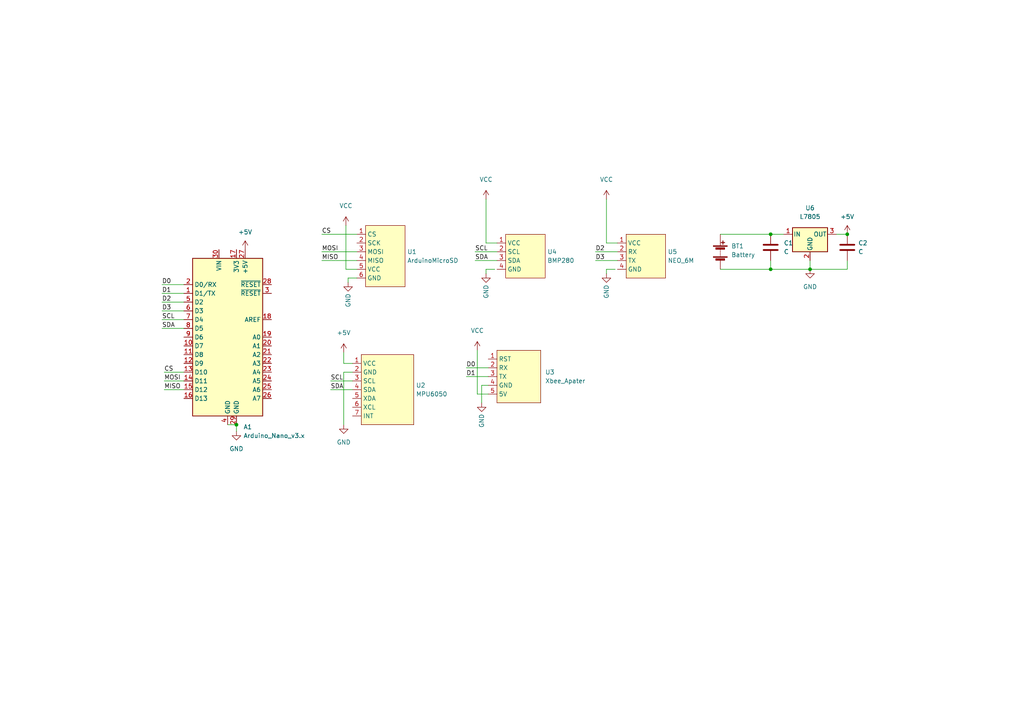
<source format=kicad_sch>
(kicad_sch (version 20211123) (generator eeschema)

  (uuid 3934cdea-42c8-4ab1-b1be-2c4978ab08ae)

  (paper "A4")

  (lib_symbols
    (symbol "Device:Battery" (pin_numbers hide) (pin_names (offset 0) hide) (in_bom yes) (on_board yes)
      (property "Reference" "BT" (id 0) (at 2.54 2.54 0)
        (effects (font (size 1.27 1.27)) (justify left))
      )
      (property "Value" "Battery" (id 1) (at 2.54 0 0)
        (effects (font (size 1.27 1.27)) (justify left))
      )
      (property "Footprint" "" (id 2) (at 0 1.524 90)
        (effects (font (size 1.27 1.27)) hide)
      )
      (property "Datasheet" "~" (id 3) (at 0 1.524 90)
        (effects (font (size 1.27 1.27)) hide)
      )
      (property "ki_keywords" "batt voltage-source cell" (id 4) (at 0 0 0)
        (effects (font (size 1.27 1.27)) hide)
      )
      (property "ki_description" "Multiple-cell battery" (id 5) (at 0 0 0)
        (effects (font (size 1.27 1.27)) hide)
      )
      (symbol "Battery_0_1"
        (rectangle (start -2.032 -1.397) (end 2.032 -1.651)
          (stroke (width 0) (type default) (color 0 0 0 0))
          (fill (type outline))
        )
        (rectangle (start -2.032 1.778) (end 2.032 1.524)
          (stroke (width 0) (type default) (color 0 0 0 0))
          (fill (type outline))
        )
        (rectangle (start -1.3208 -1.9812) (end 1.27 -2.4892)
          (stroke (width 0) (type default) (color 0 0 0 0))
          (fill (type outline))
        )
        (rectangle (start -1.3208 1.1938) (end 1.27 0.6858)
          (stroke (width 0) (type default) (color 0 0 0 0))
          (fill (type outline))
        )
        (polyline
          (pts
            (xy 0 -1.524)
            (xy 0 -1.27)
          )
          (stroke (width 0) (type default) (color 0 0 0 0))
          (fill (type none))
        )
        (polyline
          (pts
            (xy 0 -1.016)
            (xy 0 -0.762)
          )
          (stroke (width 0) (type default) (color 0 0 0 0))
          (fill (type none))
        )
        (polyline
          (pts
            (xy 0 -0.508)
            (xy 0 -0.254)
          )
          (stroke (width 0) (type default) (color 0 0 0 0))
          (fill (type none))
        )
        (polyline
          (pts
            (xy 0 0)
            (xy 0 0.254)
          )
          (stroke (width 0) (type default) (color 0 0 0 0))
          (fill (type none))
        )
        (polyline
          (pts
            (xy 0 0.508)
            (xy 0 0.762)
          )
          (stroke (width 0) (type default) (color 0 0 0 0))
          (fill (type none))
        )
        (polyline
          (pts
            (xy 0 1.778)
            (xy 0 2.54)
          )
          (stroke (width 0) (type default) (color 0 0 0 0))
          (fill (type none))
        )
        (polyline
          (pts
            (xy 0.254 2.667)
            (xy 1.27 2.667)
          )
          (stroke (width 0.254) (type default) (color 0 0 0 0))
          (fill (type none))
        )
        (polyline
          (pts
            (xy 0.762 3.175)
            (xy 0.762 2.159)
          )
          (stroke (width 0.254) (type default) (color 0 0 0 0))
          (fill (type none))
        )
      )
      (symbol "Battery_1_1"
        (pin passive line (at 0 5.08 270) (length 2.54)
          (name "+" (effects (font (size 1.27 1.27))))
          (number "1" (effects (font (size 1.27 1.27))))
        )
        (pin passive line (at 0 -5.08 90) (length 2.54)
          (name "-" (effects (font (size 1.27 1.27))))
          (number "2" (effects (font (size 1.27 1.27))))
        )
      )
    )
    (symbol "Device:C" (pin_numbers hide) (pin_names (offset 0.254)) (in_bom yes) (on_board yes)
      (property "Reference" "C" (id 0) (at 0.635 2.54 0)
        (effects (font (size 1.27 1.27)) (justify left))
      )
      (property "Value" "C" (id 1) (at 0.635 -2.54 0)
        (effects (font (size 1.27 1.27)) (justify left))
      )
      (property "Footprint" "" (id 2) (at 0.9652 -3.81 0)
        (effects (font (size 1.27 1.27)) hide)
      )
      (property "Datasheet" "~" (id 3) (at 0 0 0)
        (effects (font (size 1.27 1.27)) hide)
      )
      (property "ki_keywords" "cap capacitor" (id 4) (at 0 0 0)
        (effects (font (size 1.27 1.27)) hide)
      )
      (property "ki_description" "Unpolarized capacitor" (id 5) (at 0 0 0)
        (effects (font (size 1.27 1.27)) hide)
      )
      (property "ki_fp_filters" "C_*" (id 6) (at 0 0 0)
        (effects (font (size 1.27 1.27)) hide)
      )
      (symbol "C_0_1"
        (polyline
          (pts
            (xy -2.032 -0.762)
            (xy 2.032 -0.762)
          )
          (stroke (width 0.508) (type default) (color 0 0 0 0))
          (fill (type none))
        )
        (polyline
          (pts
            (xy -2.032 0.762)
            (xy 2.032 0.762)
          )
          (stroke (width 0.508) (type default) (color 0 0 0 0))
          (fill (type none))
        )
      )
      (symbol "C_1_1"
        (pin passive line (at 0 3.81 270) (length 2.794)
          (name "~" (effects (font (size 1.27 1.27))))
          (number "1" (effects (font (size 1.27 1.27))))
        )
        (pin passive line (at 0 -3.81 90) (length 2.794)
          (name "~" (effects (font (size 1.27 1.27))))
          (number "2" (effects (font (size 1.27 1.27))))
        )
      )
    )
    (symbol "MCU_Module:Arduino_Nano_v3.x" (in_bom yes) (on_board yes)
      (property "Reference" "A" (id 0) (at -10.16 23.495 0)
        (effects (font (size 1.27 1.27)) (justify left bottom))
      )
      (property "Value" "Arduino_Nano_v3.x" (id 1) (at 5.08 -24.13 0)
        (effects (font (size 1.27 1.27)) (justify left top))
      )
      (property "Footprint" "Module:Arduino_Nano" (id 2) (at 0 0 0)
        (effects (font (size 1.27 1.27) italic) hide)
      )
      (property "Datasheet" "http://www.mouser.com/pdfdocs/Gravitech_Arduino_Nano3_0.pdf" (id 3) (at 0 0 0)
        (effects (font (size 1.27 1.27)) hide)
      )
      (property "ki_keywords" "Arduino nano microcontroller module USB" (id 4) (at 0 0 0)
        (effects (font (size 1.27 1.27)) hide)
      )
      (property "ki_description" "Arduino Nano v3.x" (id 5) (at 0 0 0)
        (effects (font (size 1.27 1.27)) hide)
      )
      (property "ki_fp_filters" "Arduino*Nano*" (id 6) (at 0 0 0)
        (effects (font (size 1.27 1.27)) hide)
      )
      (symbol "Arduino_Nano_v3.x_0_1"
        (rectangle (start -10.16 22.86) (end 10.16 -22.86)
          (stroke (width 0.254) (type default) (color 0 0 0 0))
          (fill (type background))
        )
      )
      (symbol "Arduino_Nano_v3.x_1_1"
        (pin bidirectional line (at -12.7 12.7 0) (length 2.54)
          (name "D1/TX" (effects (font (size 1.27 1.27))))
          (number "1" (effects (font (size 1.27 1.27))))
        )
        (pin bidirectional line (at -12.7 -2.54 0) (length 2.54)
          (name "D7" (effects (font (size 1.27 1.27))))
          (number "10" (effects (font (size 1.27 1.27))))
        )
        (pin bidirectional line (at -12.7 -5.08 0) (length 2.54)
          (name "D8" (effects (font (size 1.27 1.27))))
          (number "11" (effects (font (size 1.27 1.27))))
        )
        (pin bidirectional line (at -12.7 -7.62 0) (length 2.54)
          (name "D9" (effects (font (size 1.27 1.27))))
          (number "12" (effects (font (size 1.27 1.27))))
        )
        (pin bidirectional line (at -12.7 -10.16 0) (length 2.54)
          (name "D10" (effects (font (size 1.27 1.27))))
          (number "13" (effects (font (size 1.27 1.27))))
        )
        (pin bidirectional line (at -12.7 -12.7 0) (length 2.54)
          (name "D11" (effects (font (size 1.27 1.27))))
          (number "14" (effects (font (size 1.27 1.27))))
        )
        (pin bidirectional line (at -12.7 -15.24 0) (length 2.54)
          (name "D12" (effects (font (size 1.27 1.27))))
          (number "15" (effects (font (size 1.27 1.27))))
        )
        (pin bidirectional line (at -12.7 -17.78 0) (length 2.54)
          (name "D13" (effects (font (size 1.27 1.27))))
          (number "16" (effects (font (size 1.27 1.27))))
        )
        (pin power_out line (at 2.54 25.4 270) (length 2.54)
          (name "3V3" (effects (font (size 1.27 1.27))))
          (number "17" (effects (font (size 1.27 1.27))))
        )
        (pin input line (at 12.7 5.08 180) (length 2.54)
          (name "AREF" (effects (font (size 1.27 1.27))))
          (number "18" (effects (font (size 1.27 1.27))))
        )
        (pin bidirectional line (at 12.7 0 180) (length 2.54)
          (name "A0" (effects (font (size 1.27 1.27))))
          (number "19" (effects (font (size 1.27 1.27))))
        )
        (pin bidirectional line (at -12.7 15.24 0) (length 2.54)
          (name "D0/RX" (effects (font (size 1.27 1.27))))
          (number "2" (effects (font (size 1.27 1.27))))
        )
        (pin bidirectional line (at 12.7 -2.54 180) (length 2.54)
          (name "A1" (effects (font (size 1.27 1.27))))
          (number "20" (effects (font (size 1.27 1.27))))
        )
        (pin bidirectional line (at 12.7 -5.08 180) (length 2.54)
          (name "A2" (effects (font (size 1.27 1.27))))
          (number "21" (effects (font (size 1.27 1.27))))
        )
        (pin bidirectional line (at 12.7 -7.62 180) (length 2.54)
          (name "A3" (effects (font (size 1.27 1.27))))
          (number "22" (effects (font (size 1.27 1.27))))
        )
        (pin bidirectional line (at 12.7 -10.16 180) (length 2.54)
          (name "A4" (effects (font (size 1.27 1.27))))
          (number "23" (effects (font (size 1.27 1.27))))
        )
        (pin bidirectional line (at 12.7 -12.7 180) (length 2.54)
          (name "A5" (effects (font (size 1.27 1.27))))
          (number "24" (effects (font (size 1.27 1.27))))
        )
        (pin bidirectional line (at 12.7 -15.24 180) (length 2.54)
          (name "A6" (effects (font (size 1.27 1.27))))
          (number "25" (effects (font (size 1.27 1.27))))
        )
        (pin bidirectional line (at 12.7 -17.78 180) (length 2.54)
          (name "A7" (effects (font (size 1.27 1.27))))
          (number "26" (effects (font (size 1.27 1.27))))
        )
        (pin power_out line (at 5.08 25.4 270) (length 2.54)
          (name "+5V" (effects (font (size 1.27 1.27))))
          (number "27" (effects (font (size 1.27 1.27))))
        )
        (pin input line (at 12.7 15.24 180) (length 2.54)
          (name "~{RESET}" (effects (font (size 1.27 1.27))))
          (number "28" (effects (font (size 1.27 1.27))))
        )
        (pin power_in line (at 2.54 -25.4 90) (length 2.54)
          (name "GND" (effects (font (size 1.27 1.27))))
          (number "29" (effects (font (size 1.27 1.27))))
        )
        (pin input line (at 12.7 12.7 180) (length 2.54)
          (name "~{RESET}" (effects (font (size 1.27 1.27))))
          (number "3" (effects (font (size 1.27 1.27))))
        )
        (pin power_in line (at -2.54 25.4 270) (length 2.54)
          (name "VIN" (effects (font (size 1.27 1.27))))
          (number "30" (effects (font (size 1.27 1.27))))
        )
        (pin power_in line (at 0 -25.4 90) (length 2.54)
          (name "GND" (effects (font (size 1.27 1.27))))
          (number "4" (effects (font (size 1.27 1.27))))
        )
        (pin bidirectional line (at -12.7 10.16 0) (length 2.54)
          (name "D2" (effects (font (size 1.27 1.27))))
          (number "5" (effects (font (size 1.27 1.27))))
        )
        (pin bidirectional line (at -12.7 7.62 0) (length 2.54)
          (name "D3" (effects (font (size 1.27 1.27))))
          (number "6" (effects (font (size 1.27 1.27))))
        )
        (pin bidirectional line (at -12.7 5.08 0) (length 2.54)
          (name "D4" (effects (font (size 1.27 1.27))))
          (number "7" (effects (font (size 1.27 1.27))))
        )
        (pin bidirectional line (at -12.7 2.54 0) (length 2.54)
          (name "D5" (effects (font (size 1.27 1.27))))
          (number "8" (effects (font (size 1.27 1.27))))
        )
        (pin bidirectional line (at -12.7 0 0) (length 2.54)
          (name "D6" (effects (font (size 1.27 1.27))))
          (number "9" (effects (font (size 1.27 1.27))))
        )
      )
    )
    (symbol "Regulator_Linear:L7805" (pin_names (offset 0.254)) (in_bom yes) (on_board yes)
      (property "Reference" "U" (id 0) (at -3.81 3.175 0)
        (effects (font (size 1.27 1.27)))
      )
      (property "Value" "L7805" (id 1) (at 0 3.175 0)
        (effects (font (size 1.27 1.27)) (justify left))
      )
      (property "Footprint" "" (id 2) (at 0.635 -3.81 0)
        (effects (font (size 1.27 1.27) italic) (justify left) hide)
      )
      (property "Datasheet" "http://www.st.com/content/ccc/resource/technical/document/datasheet/41/4f/b3/b0/12/d4/47/88/CD00000444.pdf/files/CD00000444.pdf/jcr:content/translations/en.CD00000444.pdf" (id 3) (at 0 -1.27 0)
        (effects (font (size 1.27 1.27)) hide)
      )
      (property "ki_keywords" "Voltage Regulator 1.5A Positive" (id 4) (at 0 0 0)
        (effects (font (size 1.27 1.27)) hide)
      )
      (property "ki_description" "Positive 1.5A 35V Linear Regulator, Fixed Output 5V, TO-220/TO-263/TO-252" (id 5) (at 0 0 0)
        (effects (font (size 1.27 1.27)) hide)
      )
      (property "ki_fp_filters" "TO?252* TO?263* TO?220*" (id 6) (at 0 0 0)
        (effects (font (size 1.27 1.27)) hide)
      )
      (symbol "L7805_0_1"
        (rectangle (start -5.08 1.905) (end 5.08 -5.08)
          (stroke (width 0.254) (type default) (color 0 0 0 0))
          (fill (type background))
        )
      )
      (symbol "L7805_1_1"
        (pin power_in line (at -7.62 0 0) (length 2.54)
          (name "IN" (effects (font (size 1.27 1.27))))
          (number "1" (effects (font (size 1.27 1.27))))
        )
        (pin power_in line (at 0 -7.62 90) (length 2.54)
          (name "GND" (effects (font (size 1.27 1.27))))
          (number "2" (effects (font (size 1.27 1.27))))
        )
        (pin power_out line (at 7.62 0 180) (length 2.54)
          (name "OUT" (effects (font (size 1.27 1.27))))
          (number "3" (effects (font (size 1.27 1.27))))
        )
      )
    )
    (symbol "Rocket_Library:ArduinoMicroSD" (in_bom yes) (on_board yes)
      (property "Reference" "U" (id 0) (at -1.27 17.78 0)
        (effects (font (size 1.27 1.27)))
      )
      (property "Value" "ArduinoMicroSD" (id 1) (at 3.81 -3.81 0)
        (effects (font (size 1.27 1.27)))
      )
      (property "Footprint" "" (id 2) (at -11.43 11.43 0)
        (effects (font (size 1.27 1.27)) hide)
      )
      (property "Datasheet" "" (id 3) (at -11.43 11.43 0)
        (effects (font (size 1.27 1.27)) hide)
      )
      (symbol "ArduinoMicroSD_0_1"
        (rectangle (start -3.81 16.51) (end 7.62 -1.27)
          (stroke (width 0) (type default) (color 0 0 0 0))
          (fill (type background))
        )
      )
      (symbol "ArduinoMicroSD_1_1"
        (pin input line (at -6.35 13.97 0) (length 2.54)
          (name "CS" (effects (font (size 1.27 1.27))))
          (number "1" (effects (font (size 1.27 1.27))))
        )
        (pin input line (at -6.35 11.43 0) (length 2.54)
          (name "SCK" (effects (font (size 1.27 1.27))))
          (number "2" (effects (font (size 1.27 1.27))))
        )
        (pin input line (at -6.35 8.89 0) (length 2.54)
          (name "MOSI" (effects (font (size 1.27 1.27))))
          (number "3" (effects (font (size 1.27 1.27))))
        )
        (pin input line (at -6.35 6.35 0) (length 2.54)
          (name "MISO" (effects (font (size 1.27 1.27))))
          (number "4" (effects (font (size 1.27 1.27))))
        )
        (pin input line (at -6.35 3.81 0) (length 2.54)
          (name "VCC" (effects (font (size 1.27 1.27))))
          (number "5" (effects (font (size 1.27 1.27))))
        )
        (pin input line (at -6.35 1.27 0) (length 2.54)
          (name "GND" (effects (font (size 1.27 1.27))))
          (number "6" (effects (font (size 1.27 1.27))))
        )
      )
    )
    (symbol "Rocket_Library:BMP280" (in_bom yes) (on_board yes)
      (property "Reference" "U" (id 0) (at 5.08 -5.08 0)
        (effects (font (size 1.27 1.27)))
      )
      (property "Value" "BMP280" (id 1) (at -1.27 -5.08 0)
        (effects (font (size 1.27 1.27)))
      )
      (property "Footprint" "" (id 2) (at -10.16 -6.35 0)
        (effects (font (size 1.27 1.27)) hide)
      )
      (property "Datasheet" "" (id 3) (at -10.16 -6.35 0)
        (effects (font (size 1.27 1.27)) hide)
      )
      (symbol "BMP280_0_1"
        (rectangle (start -5.08 8.89) (end 6.35 -3.81)
          (stroke (width 0) (type default) (color 0 0 0 0))
          (fill (type background))
        )
      )
      (symbol "BMP280_1_1"
        (pin input line (at -7.62 6.35 0) (length 2.54)
          (name "VCC" (effects (font (size 1.27 1.27))))
          (number "1" (effects (font (size 1.27 1.27))))
        )
        (pin input line (at -7.62 3.81 0) (length 2.54)
          (name "SCL" (effects (font (size 1.27 1.27))))
          (number "2" (effects (font (size 1.27 1.27))))
        )
        (pin input line (at -7.62 1.27 0) (length 2.54)
          (name "SDA" (effects (font (size 1.27 1.27))))
          (number "3" (effects (font (size 1.27 1.27))))
        )
        (pin input line (at -7.62 -1.27 0) (length 2.54)
          (name "GND" (effects (font (size 1.27 1.27))))
          (number "4" (effects (font (size 1.27 1.27))))
        )
      )
    )
    (symbol "Rocket_Library:MPU6050" (in_bom yes) (on_board yes)
      (property "Reference" "U" (id 0) (at 6.35 -10.16 0)
        (effects (font (size 1.27 1.27)))
      )
      (property "Value" "MPU6050" (id 1) (at -3.81 -10.16 0)
        (effects (font (size 1.27 1.27)))
      )
      (property "Footprint" "" (id 2) (at 1.27 13.97 0)
        (effects (font (size 1.27 1.27)) hide)
      )
      (property "Datasheet" "" (id 3) (at 1.27 13.97 0)
        (effects (font (size 1.27 1.27)) hide)
      )
      (symbol "MPU6050_0_1"
        (rectangle (start -7.62 11.43) (end 7.62 -8.89)
          (stroke (width 0) (type default) (color 0 0 0 0))
          (fill (type background))
        )
      )
      (symbol "MPU6050_1_1"
        (pin input line (at -10.16 8.89 0) (length 2.54)
          (name "VCC" (effects (font (size 1.27 1.27))))
          (number "1" (effects (font (size 1.27 1.27))))
        )
        (pin input line (at -10.16 6.35 0) (length 2.54)
          (name "GND" (effects (font (size 1.27 1.27))))
          (number "2" (effects (font (size 1.27 1.27))))
        )
        (pin input line (at -10.16 3.81 0) (length 2.54)
          (name "SCL" (effects (font (size 1.27 1.27))))
          (number "3" (effects (font (size 1.27 1.27))))
        )
        (pin input line (at -10.16 1.27 0) (length 2.54)
          (name "SDA" (effects (font (size 1.27 1.27))))
          (number "4" (effects (font (size 1.27 1.27))))
        )
        (pin input line (at -10.16 -1.27 0) (length 2.54)
          (name "XDA" (effects (font (size 1.27 1.27))))
          (number "5" (effects (font (size 1.27 1.27))))
        )
        (pin input line (at -10.16 -3.81 0) (length 2.54)
          (name "XCL" (effects (font (size 1.27 1.27))))
          (number "6" (effects (font (size 1.27 1.27))))
        )
        (pin input line (at -10.16 -6.35 0) (length 2.54)
          (name "INT" (effects (font (size 1.27 1.27))))
          (number "7" (effects (font (size 1.27 1.27))))
        )
      )
    )
    (symbol "Rocket_Library:NEO_6M" (in_bom yes) (on_board yes)
      (property "Reference" "U" (id 0) (at 3.81 -7.62 0)
        (effects (font (size 1.27 1.27)))
      )
      (property "Value" "NEO_6M" (id 1) (at -2.54 -7.62 0)
        (effects (font (size 1.27 1.27)))
      )
      (property "Footprint" "" (id 2) (at 0 0 0)
        (effects (font (size 1.27 1.27)) hide)
      )
      (property "Datasheet" "" (id 3) (at 0 0 0)
        (effects (font (size 1.27 1.27)) hide)
      )
      (symbol "NEO_6M_0_1"
        (rectangle (start -6.35 6.35) (end 5.08 -6.35)
          (stroke (width 0) (type default) (color 0 0 0 0))
          (fill (type background))
        )
      )
      (symbol "NEO_6M_1_1"
        (pin input line (at -8.89 3.81 0) (length 2.54)
          (name "VCC" (effects (font (size 1.27 1.27))))
          (number "1" (effects (font (size 1.27 1.27))))
        )
        (pin input line (at -8.89 1.27 0) (length 2.54)
          (name "RX" (effects (font (size 1.27 1.27))))
          (number "2" (effects (font (size 1.27 1.27))))
        )
        (pin input line (at -8.89 -1.27 0) (length 2.54)
          (name "TX" (effects (font (size 1.27 1.27))))
          (number "3" (effects (font (size 1.27 1.27))))
        )
        (pin input line (at -8.89 -3.81 0) (length 2.54)
          (name "GND" (effects (font (size 1.27 1.27))))
          (number "4" (effects (font (size 1.27 1.27))))
        )
      )
    )
    (symbol "Rocket_Library:Xbee_Apater" (in_bom yes) (on_board yes)
      (property "Reference" "U" (id 0) (at 7.62 -7.62 0)
        (effects (font (size 1.27 1.27)))
      )
      (property "Value" "Xbee_Apater" (id 1) (at 0 -7.62 0)
        (effects (font (size 1.27 1.27)))
      )
      (property "Footprint" "" (id 2) (at 2.54 10.16 0)
        (effects (font (size 1.27 1.27)) hide)
      )
      (property "Datasheet" "" (id 3) (at 2.54 10.16 0)
        (effects (font (size 1.27 1.27)) hide)
      )
      (symbol "Xbee_Apater_0_1"
        (rectangle (start -5.08 8.89) (end 7.62 -6.35)
          (stroke (width 0) (type default) (color 0 0 0 0))
          (fill (type background))
        )
      )
      (symbol "Xbee_Apater_1_1"
        (pin input line (at -7.62 6.35 0) (length 2.54)
          (name "RST" (effects (font (size 1.27 1.27))))
          (number "1" (effects (font (size 1.27 1.27))))
        )
        (pin input line (at -7.62 3.81 0) (length 2.54)
          (name "RX" (effects (font (size 1.27 1.27))))
          (number "2" (effects (font (size 1.27 1.27))))
        )
        (pin input line (at -7.62 1.27 0) (length 2.54)
          (name "TX" (effects (font (size 1.27 1.27))))
          (number "3" (effects (font (size 1.27 1.27))))
        )
        (pin input line (at -7.62 -1.27 0) (length 2.54)
          (name "GND" (effects (font (size 1.27 1.27))))
          (number "4" (effects (font (size 1.27 1.27))))
        )
        (pin input line (at -7.62 -3.81 0) (length 2.54)
          (name "5V" (effects (font (size 1.27 1.27))))
          (number "5" (effects (font (size 1.27 1.27))))
        )
      )
    )
    (symbol "power:+5V" (power) (pin_names (offset 0)) (in_bom yes) (on_board yes)
      (property "Reference" "#PWR" (id 0) (at 0 -3.81 0)
        (effects (font (size 1.27 1.27)) hide)
      )
      (property "Value" "+5V" (id 1) (at 0 3.556 0)
        (effects (font (size 1.27 1.27)))
      )
      (property "Footprint" "" (id 2) (at 0 0 0)
        (effects (font (size 1.27 1.27)) hide)
      )
      (property "Datasheet" "" (id 3) (at 0 0 0)
        (effects (font (size 1.27 1.27)) hide)
      )
      (property "ki_keywords" "power-flag" (id 4) (at 0 0 0)
        (effects (font (size 1.27 1.27)) hide)
      )
      (property "ki_description" "Power symbol creates a global label with name \"+5V\"" (id 5) (at 0 0 0)
        (effects (font (size 1.27 1.27)) hide)
      )
      (symbol "+5V_0_1"
        (polyline
          (pts
            (xy -0.762 1.27)
            (xy 0 2.54)
          )
          (stroke (width 0) (type default) (color 0 0 0 0))
          (fill (type none))
        )
        (polyline
          (pts
            (xy 0 0)
            (xy 0 2.54)
          )
          (stroke (width 0) (type default) (color 0 0 0 0))
          (fill (type none))
        )
        (polyline
          (pts
            (xy 0 2.54)
            (xy 0.762 1.27)
          )
          (stroke (width 0) (type default) (color 0 0 0 0))
          (fill (type none))
        )
      )
      (symbol "+5V_1_1"
        (pin power_in line (at 0 0 90) (length 0) hide
          (name "+5V" (effects (font (size 1.27 1.27))))
          (number "1" (effects (font (size 1.27 1.27))))
        )
      )
    )
    (symbol "power:GND" (power) (pin_names (offset 0)) (in_bom yes) (on_board yes)
      (property "Reference" "#PWR" (id 0) (at 0 -6.35 0)
        (effects (font (size 1.27 1.27)) hide)
      )
      (property "Value" "GND" (id 1) (at 0 -3.81 0)
        (effects (font (size 1.27 1.27)))
      )
      (property "Footprint" "" (id 2) (at 0 0 0)
        (effects (font (size 1.27 1.27)) hide)
      )
      (property "Datasheet" "" (id 3) (at 0 0 0)
        (effects (font (size 1.27 1.27)) hide)
      )
      (property "ki_keywords" "power-flag" (id 4) (at 0 0 0)
        (effects (font (size 1.27 1.27)) hide)
      )
      (property "ki_description" "Power symbol creates a global label with name \"GND\" , ground" (id 5) (at 0 0 0)
        (effects (font (size 1.27 1.27)) hide)
      )
      (symbol "GND_0_1"
        (polyline
          (pts
            (xy 0 0)
            (xy 0 -1.27)
            (xy 1.27 -1.27)
            (xy 0 -2.54)
            (xy -1.27 -1.27)
            (xy 0 -1.27)
          )
          (stroke (width 0) (type default) (color 0 0 0 0))
          (fill (type none))
        )
      )
      (symbol "GND_1_1"
        (pin power_in line (at 0 0 270) (length 0) hide
          (name "GND" (effects (font (size 1.27 1.27))))
          (number "1" (effects (font (size 1.27 1.27))))
        )
      )
    )
    (symbol "power:VCC" (power) (pin_names (offset 0)) (in_bom yes) (on_board yes)
      (property "Reference" "#PWR" (id 0) (at 0 -3.81 0)
        (effects (font (size 1.27 1.27)) hide)
      )
      (property "Value" "VCC" (id 1) (at 0 3.81 0)
        (effects (font (size 1.27 1.27)))
      )
      (property "Footprint" "" (id 2) (at 0 0 0)
        (effects (font (size 1.27 1.27)) hide)
      )
      (property "Datasheet" "" (id 3) (at 0 0 0)
        (effects (font (size 1.27 1.27)) hide)
      )
      (property "ki_keywords" "power-flag" (id 4) (at 0 0 0)
        (effects (font (size 1.27 1.27)) hide)
      )
      (property "ki_description" "Power symbol creates a global label with name \"VCC\"" (id 5) (at 0 0 0)
        (effects (font (size 1.27 1.27)) hide)
      )
      (symbol "VCC_0_1"
        (polyline
          (pts
            (xy -0.762 1.27)
            (xy 0 2.54)
          )
          (stroke (width 0) (type default) (color 0 0 0 0))
          (fill (type none))
        )
        (polyline
          (pts
            (xy 0 0)
            (xy 0 2.54)
          )
          (stroke (width 0) (type default) (color 0 0 0 0))
          (fill (type none))
        )
        (polyline
          (pts
            (xy 0 2.54)
            (xy 0.762 1.27)
          )
          (stroke (width 0) (type default) (color 0 0 0 0))
          (fill (type none))
        )
      )
      (symbol "VCC_1_1"
        (pin power_in line (at 0 0 90) (length 0) hide
          (name "VCC" (effects (font (size 1.27 1.27))))
          (number "1" (effects (font (size 1.27 1.27))))
        )
      )
    )
  )

  (junction (at 68.58 123.19) (diameter 0) (color 0 0 0 0)
    (uuid 0b91ecdb-a2ba-4115-b1ae-4650d8aa0b92)
  )
  (junction (at 223.52 78.105) (diameter 0) (color 0 0 0 0)
    (uuid 32ffc3d7-adad-4f8b-a8fd-80686b74dbe9)
  )
  (junction (at 234.95 78.105) (diameter 0) (color 0 0 0 0)
    (uuid 5e72a3e7-490a-43c3-a227-73e139161515)
  )
  (junction (at 223.52 67.945) (diameter 0) (color 0 0 0 0)
    (uuid a679369d-0272-493d-a00c-3a71652fc68e)
  )
  (junction (at 245.745 67.945) (diameter 0) (color 0 0 0 0)
    (uuid cd8f7af5-7a3e-4e05-ae38-bf04912e6e90)
  )

  (wire (pts (xy 46.99 85.09) (xy 53.34 85.09))
    (stroke (width 0) (type default) (color 0 0 0 0))
    (uuid 0029f359-c058-48ad-a334-5937a76a626b)
  )
  (wire (pts (xy 140.97 78.105) (xy 143.51 78.105))
    (stroke (width 0) (type default) (color 0 0 0 0))
    (uuid 0afd9f80-71ea-4da3-a1d0-80923b47a01d)
  )
  (wire (pts (xy 140.97 70.485) (xy 140.97 57.785))
    (stroke (width 0) (type default) (color 0 0 0 0))
    (uuid 0db47c1f-1da2-420b-9320-4cffccd8910d)
  )
  (wire (pts (xy 141.605 114.3) (xy 138.43 114.3))
    (stroke (width 0) (type default) (color 0 0 0 0))
    (uuid 1072ab3c-caa8-4621-92c6-2b99620e26b5)
  )
  (wire (pts (xy 234.95 78.105) (xy 245.745 78.105))
    (stroke (width 0) (type default) (color 0 0 0 0))
    (uuid 1c2b0fb8-9679-4148-81f5-d0736d96945b)
  )
  (wire (pts (xy 47.625 110.49) (xy 53.34 110.49))
    (stroke (width 0) (type default) (color 0 0 0 0))
    (uuid 1f579d87-6afb-4a84-8d1b-b2c32af7fde8)
  )
  (wire (pts (xy 175.895 79.375) (xy 175.895 78.105))
    (stroke (width 0) (type default) (color 0 0 0 0))
    (uuid 1f5a0e15-fed1-4392-94ee-903ccae2994e)
  )
  (wire (pts (xy 245.745 78.105) (xy 245.745 75.565))
    (stroke (width 0) (type default) (color 0 0 0 0))
    (uuid 24e44319-9804-4478-81ef-a119463b8a1b)
  )
  (wire (pts (xy 102.235 105.41) (xy 99.695 105.41))
    (stroke (width 0) (type default) (color 0 0 0 0))
    (uuid 2e0e3913-a3ba-4d98-a1fa-70bac02e896b)
  )
  (wire (pts (xy 223.52 78.105) (xy 234.95 78.105))
    (stroke (width 0) (type default) (color 0 0 0 0))
    (uuid 2fbb84e9-e012-44ee-81cc-8ff8088c2cb3)
  )
  (wire (pts (xy 139.7 111.76) (xy 141.605 111.76))
    (stroke (width 0) (type default) (color 0 0 0 0))
    (uuid 364edfa5-1fd0-40ac-a8d7-b97f5d0dd439)
  )
  (wire (pts (xy 137.795 75.565) (xy 144.145 75.565))
    (stroke (width 0) (type default) (color 0 0 0 0))
    (uuid 39d6cb2b-5460-4dfa-bb3e-deadf68f9a26)
  )
  (wire (pts (xy 172.72 73.025) (xy 179.07 73.025))
    (stroke (width 0) (type default) (color 0 0 0 0))
    (uuid 3c95f756-3f26-471c-b2a8-4b748e54ab5c)
  )
  (wire (pts (xy 208.915 67.945) (xy 223.52 67.945))
    (stroke (width 0) (type default) (color 0 0 0 0))
    (uuid 3cff9632-c0d1-423d-b7ef-7c7f7b70ce8b)
  )
  (wire (pts (xy 172.72 75.565) (xy 179.07 75.565))
    (stroke (width 0) (type default) (color 0 0 0 0))
    (uuid 44b5d2dd-d13a-479c-9927-d7670998d6e6)
  )
  (wire (pts (xy 139.7 111.76) (xy 139.7 116.84))
    (stroke (width 0) (type default) (color 0 0 0 0))
    (uuid 4c36733b-e682-4646-bc46-108c36559312)
  )
  (wire (pts (xy 102.235 107.95) (xy 99.695 107.95))
    (stroke (width 0) (type default) (color 0 0 0 0))
    (uuid 4f3c146f-edff-496a-86cc-fa3e91860a2a)
  )
  (wire (pts (xy 179.07 70.485) (xy 175.895 70.485))
    (stroke (width 0) (type default) (color 0 0 0 0))
    (uuid 4fd53d49-6d2e-4164-8da6-f36198904859)
  )
  (wire (pts (xy 175.895 70.485) (xy 175.895 57.785))
    (stroke (width 0) (type default) (color 0 0 0 0))
    (uuid 5003fed7-f918-4ccc-b75a-69a624295929)
  )
  (wire (pts (xy 140.97 79.375) (xy 140.97 78.105))
    (stroke (width 0) (type default) (color 0 0 0 0))
    (uuid 5790aef0-7c9b-40bc-8ed1-2ffcf30d1ad5)
  )
  (wire (pts (xy 46.99 82.55) (xy 53.34 82.55))
    (stroke (width 0) (type default) (color 0 0 0 0))
    (uuid 6137f63c-b278-4941-9c1b-dabbba61b33f)
  )
  (wire (pts (xy 175.895 78.105) (xy 178.435 78.105))
    (stroke (width 0) (type default) (color 0 0 0 0))
    (uuid 694350f0-5e8b-4e46-86ca-a206b5696cd0)
  )
  (wire (pts (xy 46.99 87.63) (xy 53.34 87.63))
    (stroke (width 0) (type default) (color 0 0 0 0))
    (uuid 6aee1f35-418e-4b09-8836-a24f8c8b66f0)
  )
  (wire (pts (xy 46.99 95.25) (xy 53.34 95.25))
    (stroke (width 0) (type default) (color 0 0 0 0))
    (uuid 74db60ac-b10f-416c-b1e8-55f61d883dd0)
  )
  (wire (pts (xy 95.885 113.03) (xy 102.235 113.03))
    (stroke (width 0) (type default) (color 0 0 0 0))
    (uuid 7587a3d1-14d1-445d-bf0d-2036f1a3099b)
  )
  (wire (pts (xy 100.965 80.645) (xy 103.505 80.645))
    (stroke (width 0) (type default) (color 0 0 0 0))
    (uuid 78ae9c9c-bd83-4e0d-ad5b-349a48d6a45b)
  )
  (wire (pts (xy 137.795 73.025) (xy 144.145 73.025))
    (stroke (width 0) (type default) (color 0 0 0 0))
    (uuid 79767161-e6d3-48eb-a5fa-a14ceb2bbfb4)
  )
  (wire (pts (xy 68.58 123.19) (xy 68.58 125.095))
    (stroke (width 0) (type default) (color 0 0 0 0))
    (uuid 7b27d266-ece1-4c6a-bfdd-a919a055e6ec)
  )
  (wire (pts (xy 46.99 90.17) (xy 53.34 90.17))
    (stroke (width 0) (type default) (color 0 0 0 0))
    (uuid 83eb290f-93fa-4e4b-ac6c-d26a71fe90df)
  )
  (wire (pts (xy 93.345 75.565) (xy 103.505 75.565))
    (stroke (width 0) (type default) (color 0 0 0 0))
    (uuid 88baf994-1ac3-4da4-aea4-d36fb0f2be7c)
  )
  (wire (pts (xy 135.255 106.68) (xy 141.605 106.68))
    (stroke (width 0) (type default) (color 0 0 0 0))
    (uuid 9380e7a7-a925-4ce7-a68b-7258076d793a)
  )
  (wire (pts (xy 47.625 113.03) (xy 53.34 113.03))
    (stroke (width 0) (type default) (color 0 0 0 0))
    (uuid 978c6c8d-189e-47aa-a86d-6b7dbdbb0943)
  )
  (wire (pts (xy 208.915 78.105) (xy 223.52 78.105))
    (stroke (width 0) (type default) (color 0 0 0 0))
    (uuid a1f6203c-ce0d-47bc-b23f-570bf6c2bd98)
  )
  (wire (pts (xy 103.505 78.105) (xy 100.33 78.105))
    (stroke (width 0) (type default) (color 0 0 0 0))
    (uuid a4c7060c-00cb-48b9-b0d5-dee4aa6022a6)
  )
  (wire (pts (xy 144.145 70.485) (xy 140.97 70.485))
    (stroke (width 0) (type default) (color 0 0 0 0))
    (uuid bdc912e5-767a-4a1e-b67d-baf5eafb8e90)
  )
  (wire (pts (xy 100.33 78.105) (xy 100.33 65.405))
    (stroke (width 0) (type default) (color 0 0 0 0))
    (uuid bf39fbfe-8b85-4d2a-b8fb-85a1a0a73b6a)
  )
  (wire (pts (xy 46.99 92.71) (xy 53.34 92.71))
    (stroke (width 0) (type default) (color 0 0 0 0))
    (uuid c61ab823-c9fc-4dc2-a652-ab351a718920)
  )
  (wire (pts (xy 47.625 107.95) (xy 53.34 107.95))
    (stroke (width 0) (type default) (color 0 0 0 0))
    (uuid c7d92b0f-d44c-4c20-b81f-08f74db0ce10)
  )
  (wire (pts (xy 135.255 109.22) (xy 141.605 109.22))
    (stroke (width 0) (type default) (color 0 0 0 0))
    (uuid c9c10ed9-28a1-4455-8be5-73ab6e2a7cfd)
  )
  (wire (pts (xy 138.43 114.3) (xy 138.43 101.6))
    (stroke (width 0) (type default) (color 0 0 0 0))
    (uuid cde085c2-6ac5-423d-8b66-ab970a8b2dfc)
  )
  (wire (pts (xy 93.345 67.945) (xy 103.505 67.945))
    (stroke (width 0) (type default) (color 0 0 0 0))
    (uuid cf48ccf7-377b-45bb-a467-88415e07a99f)
  )
  (wire (pts (xy 93.345 73.025) (xy 103.505 73.025))
    (stroke (width 0) (type default) (color 0 0 0 0))
    (uuid d47c1056-de13-4657-bd2d-1e959b9ab6e1)
  )
  (wire (pts (xy 234.95 75.565) (xy 234.95 78.105))
    (stroke (width 0) (type default) (color 0 0 0 0))
    (uuid d629d4f5-d630-4f01-a953-ae79e19db036)
  )
  (wire (pts (xy 223.52 75.565) (xy 223.52 78.105))
    (stroke (width 0) (type default) (color 0 0 0 0))
    (uuid d666b0ef-26af-43b4-8d0f-47aa0fc43171)
  )
  (wire (pts (xy 95.885 110.49) (xy 102.235 110.49))
    (stroke (width 0) (type default) (color 0 0 0 0))
    (uuid db7b132f-a702-44e8-9457-311866d09b65)
  )
  (wire (pts (xy 223.52 67.945) (xy 227.33 67.945))
    (stroke (width 0) (type default) (color 0 0 0 0))
    (uuid e8da9c07-8f29-48cb-aa9f-2f73c9da5a3a)
  )
  (wire (pts (xy 99.695 102.235) (xy 99.695 105.41))
    (stroke (width 0) (type default) (color 0 0 0 0))
    (uuid eaac293d-8a56-4ac8-b7bf-c99bc003312e)
  )
  (wire (pts (xy 99.695 107.95) (xy 99.695 123.19))
    (stroke (width 0) (type default) (color 0 0 0 0))
    (uuid ee901241-b849-4bb2-824a-7df7d1055ad8)
  )
  (wire (pts (xy 242.57 67.945) (xy 245.745 67.945))
    (stroke (width 0) (type default) (color 0 0 0 0))
    (uuid f229e4a8-360c-4934-a1b7-7411254278a0)
  )
  (wire (pts (xy 66.04 123.19) (xy 68.58 123.19))
    (stroke (width 0) (type default) (color 0 0 0 0))
    (uuid f4756796-f2a7-43ff-b4ba-ba5d81a355f7)
  )
  (wire (pts (xy 100.965 81.915) (xy 100.965 80.645))
    (stroke (width 0) (type default) (color 0 0 0 0))
    (uuid f62235c8-14df-4fdf-a522-77b64d5798e3)
  )

  (label "D2" (at 46.99 87.63 0)
    (effects (font (size 1.27 1.27)) (justify left bottom))
    (uuid 16199120-c620-43d2-a61f-0ac8fb9a00e7)
  )
  (label "CS" (at 47.625 107.95 0)
    (effects (font (size 1.27 1.27)) (justify left bottom))
    (uuid 1664a9e1-3bee-4d09-af49-a98a9da3d929)
  )
  (label "D1" (at 46.99 85.09 0)
    (effects (font (size 1.27 1.27)) (justify left bottom))
    (uuid 1958fd4b-f88b-4d50-aca3-eca24ed47ec0)
  )
  (label "SDA" (at 137.795 75.565 0)
    (effects (font (size 1.27 1.27)) (justify left bottom))
    (uuid 1f06cc11-5e3b-43e0-8554-57789cf4855f)
  )
  (label "SCL" (at 46.99 92.71 0)
    (effects (font (size 1.27 1.27)) (justify left bottom))
    (uuid 24e044f8-649d-44d9-9b73-4b4ccf3385b3)
  )
  (label "CS" (at 93.345 67.945 0)
    (effects (font (size 1.27 1.27)) (justify left bottom))
    (uuid 2cc3dbc8-3b35-4922-aad9-94b2e9c8532c)
  )
  (label "MOSI" (at 47.625 110.49 0)
    (effects (font (size 1.27 1.27)) (justify left bottom))
    (uuid 33c57c31-2e42-4575-b5d0-13b5c525adf9)
  )
  (label "MOSI" (at 93.345 73.025 0)
    (effects (font (size 1.27 1.27)) (justify left bottom))
    (uuid 3d1857e9-0d97-400c-9c40-eaf4f4e410cb)
  )
  (label "SDA" (at 95.885 113.03 0)
    (effects (font (size 1.27 1.27)) (justify left bottom))
    (uuid 3df6b150-d2c0-49c8-a3e1-e1fa6f5133a7)
  )
  (label "D2" (at 172.72 73.025 0)
    (effects (font (size 1.27 1.27)) (justify left bottom))
    (uuid 41fbc892-7716-469a-a033-9531256f5b04)
  )
  (label "D1" (at 135.255 109.22 0)
    (effects (font (size 1.27 1.27)) (justify left bottom))
    (uuid 4f1575cd-9df7-4a9a-947e-1c51a3365db8)
  )
  (label "D3" (at 46.99 90.17 0)
    (effects (font (size 1.27 1.27)) (justify left bottom))
    (uuid 6c641929-e7d0-4871-9055-1a5ca9be9443)
  )
  (label "MISO" (at 47.625 113.03 0)
    (effects (font (size 1.27 1.27)) (justify left bottom))
    (uuid 6ca8cb3f-2045-4606-a3ca-e78002ab690d)
  )
  (label "SCL" (at 137.795 73.025 0)
    (effects (font (size 1.27 1.27)) (justify left bottom))
    (uuid 98c560b1-3b39-4a87-abe6-14614ec81e7a)
  )
  (label "SCL" (at 95.885 110.49 0)
    (effects (font (size 1.27 1.27)) (justify left bottom))
    (uuid ae840713-cbfc-41ba-9401-31dfae6c2746)
  )
  (label "D0" (at 135.255 106.68 0)
    (effects (font (size 1.27 1.27)) (justify left bottom))
    (uuid bc8f3884-e8d2-4b80-955e-70a8a18988c4)
  )
  (label "SDA" (at 46.99 95.25 0)
    (effects (font (size 1.27 1.27)) (justify left bottom))
    (uuid cc434dbe-a6e7-440b-9b07-c7c173883953)
  )
  (label "D3" (at 172.72 75.565 0)
    (effects (font (size 1.27 1.27)) (justify left bottom))
    (uuid ccfeed5f-4310-44aa-a43e-cb48f273055d)
  )
  (label "D0" (at 46.99 82.55 0)
    (effects (font (size 1.27 1.27)) (justify left bottom))
    (uuid efa1516e-e9d0-4170-aa16-138c4c242ab7)
  )
  (label "MISO" (at 93.345 75.565 0)
    (effects (font (size 1.27 1.27)) (justify left bottom))
    (uuid f6838901-3b5c-44c9-b7e0-5fbc9bb8e715)
  )

  (symbol (lib_id "power:GND") (at 139.7 116.84 0) (unit 1)
    (in_bom yes) (on_board yes)
    (uuid 03cf6a4d-4250-40d3-99a1-fd3b49423536)
    (property "Reference" "#PWR08" (id 0) (at 139.7 123.19 0)
      (effects (font (size 1.27 1.27)) hide)
    )
    (property "Value" "GND" (id 1) (at 139.6999 120.015 90)
      (effects (font (size 1.27 1.27)) (justify right))
    )
    (property "Footprint" "" (id 2) (at 139.7 116.84 0)
      (effects (font (size 1.27 1.27)) hide)
    )
    (property "Datasheet" "" (id 3) (at 139.7 116.84 0)
      (effects (font (size 1.27 1.27)) hide)
    )
    (pin "1" (uuid cd278965-1aa1-44f6-95c3-99b1c616b955))
  )

  (symbol (lib_id "Device:C") (at 223.52 71.755 0) (unit 1)
    (in_bom yes) (on_board yes) (fields_autoplaced)
    (uuid 0c520d28-d926-4b10-bef9-03dfd26bc64a)
    (property "Reference" "C1" (id 0) (at 227.33 70.4849 0)
      (effects (font (size 1.27 1.27)) (justify left))
    )
    (property "Value" "C" (id 1) (at 227.33 73.0249 0)
      (effects (font (size 1.27 1.27)) (justify left))
    )
    (property "Footprint" "" (id 2) (at 224.4852 75.565 0)
      (effects (font (size 1.27 1.27)) hide)
    )
    (property "Datasheet" "~" (id 3) (at 223.52 71.755 0)
      (effects (font (size 1.27 1.27)) hide)
    )
    (pin "1" (uuid df0ac799-ac82-48b3-8009-1734bc000bb0))
    (pin "2" (uuid 04cb5144-19c2-4e6a-b992-a38db876df26))
  )

  (symbol (lib_id "power:GND") (at 234.95 78.105 0) (unit 1)
    (in_bom yes) (on_board yes) (fields_autoplaced)
    (uuid 1231745c-d43d-4680-8964-204b40a3cc5d)
    (property "Reference" "#PWR013" (id 0) (at 234.95 84.455 0)
      (effects (font (size 1.27 1.27)) hide)
    )
    (property "Value" "GND" (id 1) (at 234.95 83.185 0))
    (property "Footprint" "" (id 2) (at 234.95 78.105 0)
      (effects (font (size 1.27 1.27)) hide)
    )
    (property "Datasheet" "" (id 3) (at 234.95 78.105 0)
      (effects (font (size 1.27 1.27)) hide)
    )
    (pin "1" (uuid 735f37c0-266e-4e04-9f8a-f6cde3127c80))
  )

  (symbol (lib_id "Rocket_Library:ArduinoMicroSD") (at 109.855 81.915 0) (unit 1)
    (in_bom yes) (on_board yes) (fields_autoplaced)
    (uuid 1d987673-a21a-454f-8637-2a95a159b23b)
    (property "Reference" "U1" (id 0) (at 118.11 73.0249 0)
      (effects (font (size 1.27 1.27)) (justify left))
    )
    (property "Value" "ArduinoMicroSD" (id 1) (at 118.11 75.5649 0)
      (effects (font (size 1.27 1.27)) (justify left))
    )
    (property "Footprint" "" (id 2) (at 98.425 70.485 0)
      (effects (font (size 1.27 1.27)) hide)
    )
    (property "Datasheet" "" (id 3) (at 98.425 70.485 0)
      (effects (font (size 1.27 1.27)) hide)
    )
    (pin "1" (uuid a7a86e2f-15ee-4058-8e0c-dfad03083f66))
    (pin "2" (uuid 2f7b5ff9-109f-4a53-ac9d-d85272c4a04f))
    (pin "3" (uuid 1978922e-b790-4f8e-975b-cd0b9b5cf893))
    (pin "4" (uuid 3c179cff-5cfd-4f1f-8152-8dd2b2c23de4))
    (pin "5" (uuid 51713628-7774-481a-a542-63b86033cc3e))
    (pin "6" (uuid 709f28fa-7a10-4afe-a71d-82ff3ee4f430))
  )

  (symbol (lib_id "Rocket_Library:Xbee_Apater") (at 149.225 110.49 0) (unit 1)
    (in_bom yes) (on_board yes) (fields_autoplaced)
    (uuid 4765f762-21c7-49b6-b0c8-ab4542bfaa56)
    (property "Reference" "U3" (id 0) (at 158.115 107.9499 0)
      (effects (font (size 1.27 1.27)) (justify left))
    )
    (property "Value" "Xbee_Apater" (id 1) (at 158.115 110.4899 0)
      (effects (font (size 1.27 1.27)) (justify left))
    )
    (property "Footprint" "" (id 2) (at 151.765 100.33 0)
      (effects (font (size 1.27 1.27)) hide)
    )
    (property "Datasheet" "" (id 3) (at 151.765 100.33 0)
      (effects (font (size 1.27 1.27)) hide)
    )
    (pin "1" (uuid c6e98f5b-3a38-4b27-9a5d-7fa5ee5606db))
    (pin "2" (uuid 7275a4e4-218d-47be-8603-55a6e15ba442))
    (pin "3" (uuid 4d18e04f-9574-40b9-8331-edb6c0c8144b))
    (pin "4" (uuid f56ac1d5-2ec7-4343-9177-e2c3b6a376ff))
    (pin "5" (uuid 919e7f65-c7fd-4a7a-9944-35aee97bca70))
  )

  (symbol (lib_id "Regulator_Linear:L7805") (at 234.95 67.945 0) (unit 1)
    (in_bom yes) (on_board yes) (fields_autoplaced)
    (uuid 611b211c-465b-42b2-a81b-340d30cf14c9)
    (property "Reference" "U6" (id 0) (at 234.95 60.325 0))
    (property "Value" "L7805" (id 1) (at 234.95 62.865 0))
    (property "Footprint" "" (id 2) (at 235.585 71.755 0)
      (effects (font (size 1.27 1.27) italic) (justify left) hide)
    )
    (property "Datasheet" "http://www.st.com/content/ccc/resource/technical/document/datasheet/41/4f/b3/b0/12/d4/47/88/CD00000444.pdf/files/CD00000444.pdf/jcr:content/translations/en.CD00000444.pdf" (id 3) (at 234.95 69.215 0)
      (effects (font (size 1.27 1.27)) hide)
    )
    (pin "1" (uuid f3cdd00b-eb1a-4c2b-9555-c97bc808f5b1))
    (pin "2" (uuid 7ba397ae-0d1a-4732-8972-9612adee451c))
    (pin "3" (uuid 20baccf3-baef-4572-9ba4-8f47f2491fe9))
  )

  (symbol (lib_id "power:VCC") (at 138.43 101.6 0) (unit 1)
    (in_bom yes) (on_board yes) (fields_autoplaced)
    (uuid 6b7d493e-4a91-4da9-96fe-11f9159e7652)
    (property "Reference" "#PWR07" (id 0) (at 138.43 105.41 0)
      (effects (font (size 1.27 1.27)) hide)
    )
    (property "Value" "VCC" (id 1) (at 138.43 95.885 0))
    (property "Footprint" "" (id 2) (at 138.43 101.6 0)
      (effects (font (size 1.27 1.27)) hide)
    )
    (property "Datasheet" "" (id 3) (at 138.43 101.6 0)
      (effects (font (size 1.27 1.27)) hide)
    )
    (pin "1" (uuid 7b211565-0646-494f-9e19-36f0bcf28093))
  )

  (symbol (lib_id "Rocket_Library:NEO_6M") (at 187.96 74.295 0) (unit 1)
    (in_bom yes) (on_board yes) (fields_autoplaced)
    (uuid 977bebb9-a124-4250-a824-885958d7617a)
    (property "Reference" "U5" (id 0) (at 193.675 73.0249 0)
      (effects (font (size 1.27 1.27)) (justify left))
    )
    (property "Value" "NEO_6M" (id 1) (at 193.675 75.5649 0)
      (effects (font (size 1.27 1.27)) (justify left))
    )
    (property "Footprint" "" (id 2) (at 187.96 74.295 0)
      (effects (font (size 1.27 1.27)) hide)
    )
    (property "Datasheet" "" (id 3) (at 187.96 74.295 0)
      (effects (font (size 1.27 1.27)) hide)
    )
    (pin "1" (uuid 3ef79388-9cc6-4c83-808b-89c51938e719))
    (pin "2" (uuid 1df5a6d6-1bfc-4f1c-b4a5-08eafb001df0))
    (pin "3" (uuid ab57ee91-8b20-4ea8-bc1f-1667a6b1f24b))
    (pin "4" (uuid 9051c85e-09e3-4e73-8b0d-83144bd971dd))
  )

  (symbol (lib_id "MCU_Module:Arduino_Nano_v3.x") (at 66.04 97.79 0) (unit 1)
    (in_bom yes) (on_board yes) (fields_autoplaced)
    (uuid 99672fbd-4b74-48d0-aeec-25ada2794014)
    (property "Reference" "A1" (id 0) (at 70.5994 123.825 0)
      (effects (font (size 1.27 1.27)) (justify left))
    )
    (property "Value" "Arduino_Nano_v3.x" (id 1) (at 70.5994 126.365 0)
      (effects (font (size 1.27 1.27)) (justify left))
    )
    (property "Footprint" "Module:Arduino_Nano" (id 2) (at 66.04 97.79 0)
      (effects (font (size 1.27 1.27) italic) hide)
    )
    (property "Datasheet" "http://www.mouser.com/pdfdocs/Gravitech_Arduino_Nano3_0.pdf" (id 3) (at 66.04 97.79 0)
      (effects (font (size 1.27 1.27)) hide)
    )
    (pin "1" (uuid 9cf5fbe6-0658-4fe0-8fba-3b30a8d2f02c))
    (pin "10" (uuid 75d26b44-6fd3-4e24-b3ac-0380812ce66c))
    (pin "11" (uuid 9cfaa239-9f28-4a87-926b-199c762f8026))
    (pin "12" (uuid 18fc83bb-240a-437c-ad1a-829052f68503))
    (pin "13" (uuid 14b44666-5d79-4362-9113-817abc674d43))
    (pin "14" (uuid dccf3c66-43b0-4585-ae79-2404b7cd1276))
    (pin "15" (uuid 616c574b-d3f1-4f51-8e32-0f5eab98941a))
    (pin "16" (uuid 0e2c0b3d-a3fa-4cc6-bdf1-27947c5ff278))
    (pin "17" (uuid f4851553-c76a-490d-b162-90e097d2076f))
    (pin "18" (uuid b0b4d668-a248-4043-9e8f-38cd5c683357))
    (pin "19" (uuid 43e014af-0737-4a97-a36a-375c3a1ef90b))
    (pin "2" (uuid bb5984f3-759b-4af5-abf8-fb951872eba7))
    (pin "20" (uuid eab90465-1641-4a20-b8dc-25663b5293f6))
    (pin "21" (uuid efa8656d-2c16-4c3b-b5e2-c8fa1fd7e384))
    (pin "22" (uuid 3dfd2f7b-14f1-44d4-a47d-87d4aa509a16))
    (pin "23" (uuid c0d4538d-7b9f-4b98-9603-947afc82f803))
    (pin "24" (uuid 7362666c-28e8-4a8f-ac67-7dddeb71197c))
    (pin "25" (uuid 85079e7c-d1f0-4a0b-b71c-71fd3fb4679a))
    (pin "26" (uuid 0bbc2150-755f-45fe-be52-1599166d0f79))
    (pin "27" (uuid 4335abe2-6fde-463a-bc25-3132afdd5279))
    (pin "28" (uuid c645a9ef-5137-4033-8c00-8d9c4d743cd2))
    (pin "29" (uuid 1657586d-58a6-4ec2-a401-7ff6e973172b))
    (pin "3" (uuid c14e78ad-1b94-4dd3-b541-7310aa07ccd6))
    (pin "30" (uuid 7e9066fe-8d0e-4e2c-80ba-a8f8dce2d236))
    (pin "4" (uuid f01114a7-91ae-4f87-8060-c8a9a5b69a4b))
    (pin "5" (uuid 3e347d32-d5ae-4c37-a988-2f1b71370a7c))
    (pin "6" (uuid 4bac23bc-6669-4c1e-b72a-0763e50650bc))
    (pin "7" (uuid ba957690-65c7-4a8d-9533-df6cdb55ad22))
    (pin "8" (uuid 65d2b04c-7df8-45f4-b0f8-c74a63d55843))
    (pin "9" (uuid 8cbef5b3-8738-4ff7-ad0e-addd7b5c1109))
  )

  (symbol (lib_id "power:GND") (at 140.97 79.375 0) (unit 1)
    (in_bom yes) (on_board yes)
    (uuid 9abe7d4e-a3d5-42e5-8621-a12c5e173801)
    (property "Reference" "#PWR010" (id 0) (at 140.97 85.725 0)
      (effects (font (size 1.27 1.27)) hide)
    )
    (property "Value" "GND" (id 1) (at 140.9699 82.55 90)
      (effects (font (size 1.27 1.27)) (justify right))
    )
    (property "Footprint" "" (id 2) (at 140.97 79.375 0)
      (effects (font (size 1.27 1.27)) hide)
    )
    (property "Datasheet" "" (id 3) (at 140.97 79.375 0)
      (effects (font (size 1.27 1.27)) hide)
    )
    (pin "1" (uuid 62e4163f-0065-43f3-b949-37e7bea7d761))
  )

  (symbol (lib_id "power:GND") (at 68.58 125.095 0) (unit 1)
    (in_bom yes) (on_board yes) (fields_autoplaced)
    (uuid 9df0fcd6-1e1a-4abe-baf5-218d79f36c52)
    (property "Reference" "#PWR01" (id 0) (at 68.58 131.445 0)
      (effects (font (size 1.27 1.27)) hide)
    )
    (property "Value" "GND" (id 1) (at 68.58 130.175 0))
    (property "Footprint" "" (id 2) (at 68.58 125.095 0)
      (effects (font (size 1.27 1.27)) hide)
    )
    (property "Datasheet" "" (id 3) (at 68.58 125.095 0)
      (effects (font (size 1.27 1.27)) hide)
    )
    (pin "1" (uuid 79c5173c-54af-41a1-bda3-99db91a97e57))
  )

  (symbol (lib_id "Device:Battery") (at 208.915 73.025 0) (unit 1)
    (in_bom yes) (on_board yes) (fields_autoplaced)
    (uuid a141769f-e2c7-4749-abd8-be877190b1b1)
    (property "Reference" "BT1" (id 0) (at 212.09 71.3739 0)
      (effects (font (size 1.27 1.27)) (justify left))
    )
    (property "Value" "Battery" (id 1) (at 212.09 73.9139 0)
      (effects (font (size 1.27 1.27)) (justify left))
    )
    (property "Footprint" "" (id 2) (at 208.915 71.501 90)
      (effects (font (size 1.27 1.27)) hide)
    )
    (property "Datasheet" "~" (id 3) (at 208.915 71.501 90)
      (effects (font (size 1.27 1.27)) hide)
    )
    (pin "1" (uuid 4398c5b1-bd78-4ac7-aa76-a408d72bfb0d))
    (pin "2" (uuid 3725c7c6-5c87-48f5-9dd1-b9f5346889b6))
  )

  (symbol (lib_id "power:VCC") (at 140.97 57.785 0) (unit 1)
    (in_bom yes) (on_board yes) (fields_autoplaced)
    (uuid a66bd7a3-2e9a-41f3-8004-4f731797b89a)
    (property "Reference" "#PWR09" (id 0) (at 140.97 61.595 0)
      (effects (font (size 1.27 1.27)) hide)
    )
    (property "Value" "VCC" (id 1) (at 140.97 52.07 0))
    (property "Footprint" "" (id 2) (at 140.97 57.785 0)
      (effects (font (size 1.27 1.27)) hide)
    )
    (property "Datasheet" "" (id 3) (at 140.97 57.785 0)
      (effects (font (size 1.27 1.27)) hide)
    )
    (pin "1" (uuid e0c42e87-05f5-46fa-b500-5dfb657bae80))
  )

  (symbol (lib_id "power:VCC") (at 100.33 65.405 0) (unit 1)
    (in_bom yes) (on_board yes) (fields_autoplaced)
    (uuid aa81f5bf-49a9-41c7-b494-df4baf2fbc68)
    (property "Reference" "#PWR05" (id 0) (at 100.33 69.215 0)
      (effects (font (size 1.27 1.27)) hide)
    )
    (property "Value" "VCC" (id 1) (at 100.33 59.69 0))
    (property "Footprint" "" (id 2) (at 100.33 65.405 0)
      (effects (font (size 1.27 1.27)) hide)
    )
    (property "Datasheet" "" (id 3) (at 100.33 65.405 0)
      (effects (font (size 1.27 1.27)) hide)
    )
    (pin "1" (uuid 759aaa4e-408e-426a-bbb6-e2d393fc47e7))
  )

  (symbol (lib_id "Rocket_Library:BMP280") (at 151.765 76.835 0) (unit 1)
    (in_bom yes) (on_board yes) (fields_autoplaced)
    (uuid ac79a4db-bc3c-46d9-8050-2968f274fb9e)
    (property "Reference" "U4" (id 0) (at 158.75 73.0249 0)
      (effects (font (size 1.27 1.27)) (justify left))
    )
    (property "Value" "BMP280" (id 1) (at 158.75 75.5649 0)
      (effects (font (size 1.27 1.27)) (justify left))
    )
    (property "Footprint" "" (id 2) (at 141.605 83.185 0)
      (effects (font (size 1.27 1.27)) hide)
    )
    (property "Datasheet" "" (id 3) (at 141.605 83.185 0)
      (effects (font (size 1.27 1.27)) hide)
    )
    (pin "1" (uuid f91bcd7d-e175-40b2-96c1-31a50d044668))
    (pin "2" (uuid 35eae75c-9b7f-4177-9ef7-e74b5b14ab12))
    (pin "3" (uuid 020f9aa2-a4fb-468f-8d61-0ec3d64a1e7e))
    (pin "4" (uuid 274ca660-3d7f-4ad4-926b-671219ee22d3))
  )

  (symbol (lib_id "power:VCC") (at 175.895 57.785 0) (unit 1)
    (in_bom yes) (on_board yes) (fields_autoplaced)
    (uuid b00e5fdd-dd77-457f-91c6-8e7aa436582a)
    (property "Reference" "#PWR011" (id 0) (at 175.895 61.595 0)
      (effects (font (size 1.27 1.27)) hide)
    )
    (property "Value" "VCC" (id 1) (at 175.895 52.07 0))
    (property "Footprint" "" (id 2) (at 175.895 57.785 0)
      (effects (font (size 1.27 1.27)) hide)
    )
    (property "Datasheet" "" (id 3) (at 175.895 57.785 0)
      (effects (font (size 1.27 1.27)) hide)
    )
    (pin "1" (uuid 60c46652-2de1-4f44-a691-c771f4df52b4))
  )

  (symbol (lib_id "power:GND") (at 100.965 81.915 0) (unit 1)
    (in_bom yes) (on_board yes)
    (uuid d12f0b48-d13e-4e91-9dbd-39033cb88267)
    (property "Reference" "#PWR06" (id 0) (at 100.965 88.265 0)
      (effects (font (size 1.27 1.27)) hide)
    )
    (property "Value" "GND" (id 1) (at 100.9649 85.09 90)
      (effects (font (size 1.27 1.27)) (justify right))
    )
    (property "Footprint" "" (id 2) (at 100.965 81.915 0)
      (effects (font (size 1.27 1.27)) hide)
    )
    (property "Datasheet" "" (id 3) (at 100.965 81.915 0)
      (effects (font (size 1.27 1.27)) hide)
    )
    (pin "1" (uuid dd6077e3-ced5-41a3-988f-c14fb1f8c28e))
  )

  (symbol (lib_id "power:GND") (at 99.695 123.19 0) (unit 1)
    (in_bom yes) (on_board yes) (fields_autoplaced)
    (uuid d4eb2f1e-9ab1-4b65-890d-f7eb2653bed2)
    (property "Reference" "#PWR04" (id 0) (at 99.695 129.54 0)
      (effects (font (size 1.27 1.27)) hide)
    )
    (property "Value" "GND" (id 1) (at 99.695 128.27 0))
    (property "Footprint" "" (id 2) (at 99.695 123.19 0)
      (effects (font (size 1.27 1.27)) hide)
    )
    (property "Datasheet" "" (id 3) (at 99.695 123.19 0)
      (effects (font (size 1.27 1.27)) hide)
    )
    (pin "1" (uuid 5e614c86-e007-4477-a736-927348013204))
  )

  (symbol (lib_id "Rocket_Library:MPU6050") (at 112.395 114.3 0) (unit 1)
    (in_bom yes) (on_board yes) (fields_autoplaced)
    (uuid db17eae0-ae7a-4e6b-a149-967f56de3ba2)
    (property "Reference" "U2" (id 0) (at 120.65 111.7599 0)
      (effects (font (size 1.27 1.27)) (justify left))
    )
    (property "Value" "MPU6050" (id 1) (at 120.65 114.2999 0)
      (effects (font (size 1.27 1.27)) (justify left))
    )
    (property "Footprint" "" (id 2) (at 113.665 100.33 0)
      (effects (font (size 1.27 1.27)) hide)
    )
    (property "Datasheet" "" (id 3) (at 113.665 100.33 0)
      (effects (font (size 1.27 1.27)) hide)
    )
    (pin "1" (uuid a2df7025-ab5f-4554-8eaa-4b6a20268372))
    (pin "2" (uuid 95b8109c-6256-4b5e-8d77-e9e3f612081a))
    (pin "3" (uuid f37ac4a5-9010-4aef-85ce-f8064ffae33e))
    (pin "4" (uuid df0c1b79-2d1e-433b-bdba-aa6461f7b3e3))
    (pin "5" (uuid dd14eb0c-2c33-4044-ac4b-1dedad79ff9f))
    (pin "6" (uuid 20312b32-0d3d-4680-84b9-1c0e5dfcc4d9))
    (pin "7" (uuid 5a15a7f5-4f6e-4686-95de-665473e73671))
  )

  (symbol (lib_id "power:+5V") (at 245.745 67.945 0) (unit 1)
    (in_bom yes) (on_board yes) (fields_autoplaced)
    (uuid e0c476a0-5345-4356-81ac-6a420c9aaae7)
    (property "Reference" "#PWR014" (id 0) (at 245.745 71.755 0)
      (effects (font (size 1.27 1.27)) hide)
    )
    (property "Value" "+5V" (id 1) (at 245.745 62.865 0))
    (property "Footprint" "" (id 2) (at 245.745 67.945 0)
      (effects (font (size 1.27 1.27)) hide)
    )
    (property "Datasheet" "" (id 3) (at 245.745 67.945 0)
      (effects (font (size 1.27 1.27)) hide)
    )
    (pin "1" (uuid 2f86a7e4-5198-44a2-ade0-2f6765ecdfb0))
  )

  (symbol (lib_id "power:+5V") (at 71.12 72.39 0) (unit 1)
    (in_bom yes) (on_board yes) (fields_autoplaced)
    (uuid e4878d43-dd73-4d89-9224-172178de8391)
    (property "Reference" "#PWR02" (id 0) (at 71.12 76.2 0)
      (effects (font (size 1.27 1.27)) hide)
    )
    (property "Value" "+5V" (id 1) (at 71.12 67.31 0))
    (property "Footprint" "" (id 2) (at 71.12 72.39 0)
      (effects (font (size 1.27 1.27)) hide)
    )
    (property "Datasheet" "" (id 3) (at 71.12 72.39 0)
      (effects (font (size 1.27 1.27)) hide)
    )
    (pin "1" (uuid 6b5b9bc3-4e28-4dd3-833d-4f5fe51bebfe))
  )

  (symbol (lib_id "power:+5V") (at 99.695 102.235 0) (unit 1)
    (in_bom yes) (on_board yes) (fields_autoplaced)
    (uuid ec5237ce-d09a-43ef-a2f2-1609403e37ee)
    (property "Reference" "#PWR03" (id 0) (at 99.695 106.045 0)
      (effects (font (size 1.27 1.27)) hide)
    )
    (property "Value" "+5V" (id 1) (at 99.695 96.52 0))
    (property "Footprint" "" (id 2) (at 99.695 102.235 0)
      (effects (font (size 1.27 1.27)) hide)
    )
    (property "Datasheet" "" (id 3) (at 99.695 102.235 0)
      (effects (font (size 1.27 1.27)) hide)
    )
    (pin "1" (uuid 80afb172-fb1c-47cd-aa2c-6e9c3776bf7f))
  )

  (symbol (lib_id "power:GND") (at 175.895 79.375 0) (unit 1)
    (in_bom yes) (on_board yes)
    (uuid f4a82421-450d-46c3-b3c1-8aa0a4a3c3a4)
    (property "Reference" "#PWR012" (id 0) (at 175.895 85.725 0)
      (effects (font (size 1.27 1.27)) hide)
    )
    (property "Value" "GND" (id 1) (at 175.8949 82.55 90)
      (effects (font (size 1.27 1.27)) (justify right))
    )
    (property "Footprint" "" (id 2) (at 175.895 79.375 0)
      (effects (font (size 1.27 1.27)) hide)
    )
    (property "Datasheet" "" (id 3) (at 175.895 79.375 0)
      (effects (font (size 1.27 1.27)) hide)
    )
    (pin "1" (uuid befcf5a1-a223-4c52-8dd6-116ea1469aab))
  )

  (symbol (lib_id "Device:C") (at 245.745 71.755 0) (unit 1)
    (in_bom yes) (on_board yes) (fields_autoplaced)
    (uuid fabcdf97-17f9-4bf0-83c8-6e4cd9768ead)
    (property "Reference" "C2" (id 0) (at 248.92 70.4849 0)
      (effects (font (size 1.27 1.27)) (justify left))
    )
    (property "Value" "C" (id 1) (at 248.92 73.0249 0)
      (effects (font (size 1.27 1.27)) (justify left))
    )
    (property "Footprint" "" (id 2) (at 246.7102 75.565 0)
      (effects (font (size 1.27 1.27)) hide)
    )
    (property "Datasheet" "~" (id 3) (at 245.745 71.755 0)
      (effects (font (size 1.27 1.27)) hide)
    )
    (pin "1" (uuid 4777fa72-c8a9-4ae2-bdbb-d5bf72963b2a))
    (pin "2" (uuid 10ab41be-b500-4d99-a902-cb1842769321))
  )

  (sheet_instances
    (path "/" (page "1"))
  )

  (symbol_instances
    (path "/9df0fcd6-1e1a-4abe-baf5-218d79f36c52"
      (reference "#PWR01") (unit 1) (value "GND") (footprint "")
    )
    (path "/e4878d43-dd73-4d89-9224-172178de8391"
      (reference "#PWR02") (unit 1) (value "+5V") (footprint "")
    )
    (path "/ec5237ce-d09a-43ef-a2f2-1609403e37ee"
      (reference "#PWR03") (unit 1) (value "+5V") (footprint "")
    )
    (path "/d4eb2f1e-9ab1-4b65-890d-f7eb2653bed2"
      (reference "#PWR04") (unit 1) (value "GND") (footprint "")
    )
    (path "/aa81f5bf-49a9-41c7-b494-df4baf2fbc68"
      (reference "#PWR05") (unit 1) (value "VCC") (footprint "")
    )
    (path "/d12f0b48-d13e-4e91-9dbd-39033cb88267"
      (reference "#PWR06") (unit 1) (value "GND") (footprint "")
    )
    (path "/6b7d493e-4a91-4da9-96fe-11f9159e7652"
      (reference "#PWR07") (unit 1) (value "VCC") (footprint "")
    )
    (path "/03cf6a4d-4250-40d3-99a1-fd3b49423536"
      (reference "#PWR08") (unit 1) (value "GND") (footprint "")
    )
    (path "/a66bd7a3-2e9a-41f3-8004-4f731797b89a"
      (reference "#PWR09") (unit 1) (value "VCC") (footprint "")
    )
    (path "/9abe7d4e-a3d5-42e5-8621-a12c5e173801"
      (reference "#PWR010") (unit 1) (value "GND") (footprint "")
    )
    (path "/b00e5fdd-dd77-457f-91c6-8e7aa436582a"
      (reference "#PWR011") (unit 1) (value "VCC") (footprint "")
    )
    (path "/f4a82421-450d-46c3-b3c1-8aa0a4a3c3a4"
      (reference "#PWR012") (unit 1) (value "GND") (footprint "")
    )
    (path "/1231745c-d43d-4680-8964-204b40a3cc5d"
      (reference "#PWR013") (unit 1) (value "GND") (footprint "")
    )
    (path "/e0c476a0-5345-4356-81ac-6a420c9aaae7"
      (reference "#PWR014") (unit 1) (value "+5V") (footprint "")
    )
    (path "/99672fbd-4b74-48d0-aeec-25ada2794014"
      (reference "A1") (unit 1) (value "Arduino_Nano_v3.x") (footprint "Module:Arduino_Nano")
    )
    (path "/a141769f-e2c7-4749-abd8-be877190b1b1"
      (reference "BT1") (unit 1) (value "Battery") (footprint "")
    )
    (path "/0c520d28-d926-4b10-bef9-03dfd26bc64a"
      (reference "C1") (unit 1) (value "C") (footprint "")
    )
    (path "/fabcdf97-17f9-4bf0-83c8-6e4cd9768ead"
      (reference "C2") (unit 1) (value "C") (footprint "")
    )
    (path "/1d987673-a21a-454f-8637-2a95a159b23b"
      (reference "U1") (unit 1) (value "ArduinoMicroSD") (footprint "")
    )
    (path "/db17eae0-ae7a-4e6b-a149-967f56de3ba2"
      (reference "U2") (unit 1) (value "MPU6050") (footprint "")
    )
    (path "/4765f762-21c7-49b6-b0c8-ab4542bfaa56"
      (reference "U3") (unit 1) (value "Xbee_Apater") (footprint "")
    )
    (path "/ac79a4db-bc3c-46d9-8050-2968f274fb9e"
      (reference "U4") (unit 1) (value "BMP280") (footprint "")
    )
    (path "/977bebb9-a124-4250-a824-885958d7617a"
      (reference "U5") (unit 1) (value "NEO_6M") (footprint "")
    )
    (path "/611b211c-465b-42b2-a81b-340d30cf14c9"
      (reference "U6") (unit 1) (value "L7805") (footprint "")
    )
  )
)

</source>
